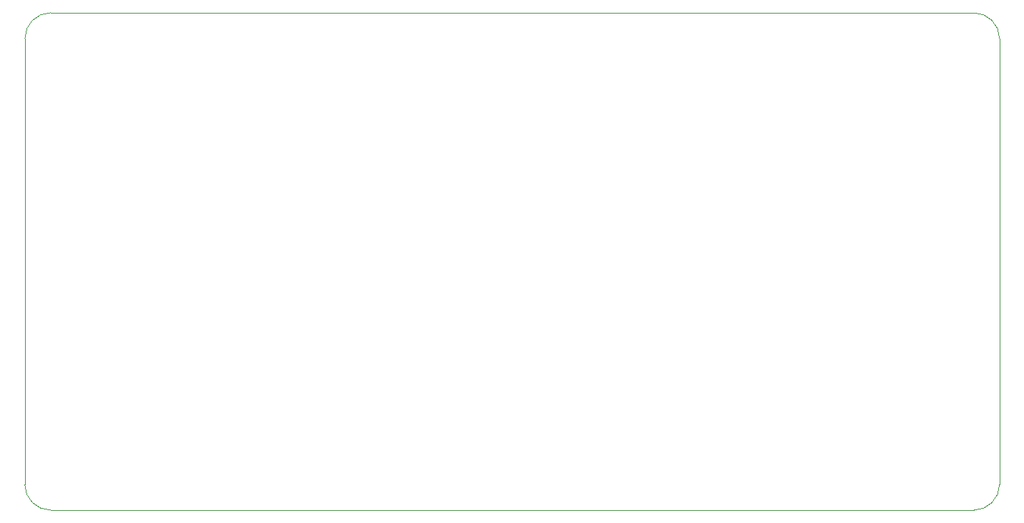
<source format=gbr>
%TF.GenerationSoftware,KiCad,Pcbnew,(6.0.0-rc1-19-g83300c0b61)*%
%TF.CreationDate,2021-11-25T18:24:15-08:00*%
%TF.ProjectId,autotunemic,6175746f-7475-46e6-956d-69632e6b6963,rev?*%
%TF.SameCoordinates,Original*%
%TF.FileFunction,Profile,NP*%
%FSLAX46Y46*%
G04 Gerber Fmt 4.6, Leading zero omitted, Abs format (unit mm)*
G04 Created by KiCad (PCBNEW (6.0.0-rc1-19-g83300c0b61)) date 2021-11-25 18:24:15*
%MOMM*%
%LPD*%
G01*
G04 APERTURE LIST*
%TA.AperFunction,Profile*%
%ADD10C,0.100000*%
%TD*%
G04 APERTURE END LIST*
D10*
X94433000Y-105156000D02*
X94429261Y-156975739D01*
X206704739Y-160023739D02*
G75*
G03*
X209752739Y-156975739I-2J3048002D01*
G01*
X97481000Y-101092000D02*
G75*
G03*
X94433000Y-104140000I2J-3048002D01*
G01*
X94429261Y-156975739D02*
G75*
G03*
X97477261Y-160023739I3048002J2D01*
G01*
X206701000Y-101092000D02*
X97989000Y-101092000D01*
X209752739Y-156975739D02*
X209749000Y-104140000D01*
X97477261Y-160023739D02*
X206704739Y-160023739D01*
X94433000Y-105156000D02*
X94433000Y-104140000D01*
X97481000Y-101092000D02*
X97989000Y-101092000D01*
X209749000Y-104140000D02*
G75*
G03*
X206701000Y-101092000I-3048002J-2D01*
G01*
M02*

</source>
